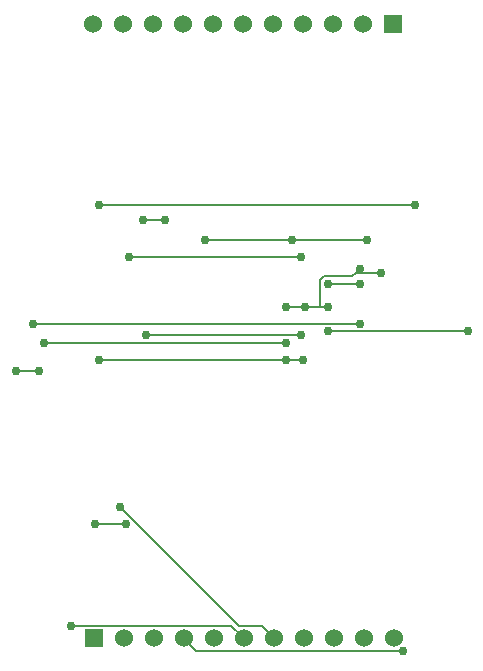
<source format=gbr>
G04 EAGLE Gerber RS-274X export*
G75*
%MOMM*%
%FSLAX34Y34*%
%LPD*%
%INBottom Copper*%
%IPPOS*%
%AMOC8*
5,1,8,0,0,1.08239X$1,22.5*%
G01*
%ADD10R,1.524000X1.524000*%
%ADD11C,1.524000*%
%ADD12C,0.152400*%
%ADD13C,0.756400*%


D10*
X596964Y41275D03*
D11*
X622364Y41275D03*
X647764Y41275D03*
X673164Y41275D03*
X698564Y41275D03*
X723964Y41275D03*
X749364Y41275D03*
X774764Y41275D03*
X800164Y41275D03*
X825564Y41275D03*
X850964Y41275D03*
D10*
X850011Y560515D03*
D11*
X824611Y560515D03*
X799211Y560515D03*
X773811Y560515D03*
X748411Y560515D03*
X723011Y560515D03*
X697611Y560515D03*
X672211Y560515D03*
X646811Y560515D03*
X621411Y560515D03*
X596011Y560515D03*
D12*
X638400Y395200D02*
X657600Y395200D01*
X624000Y137600D02*
X598400Y137600D01*
D13*
X638400Y395200D03*
X657600Y395200D03*
X598400Y137600D03*
X624000Y137600D03*
D12*
X619200Y152000D02*
X720000Y51200D01*
X739200Y51200D01*
X748800Y41600D01*
X749364Y41275D01*
D13*
X619200Y152000D03*
D12*
X577600Y51200D02*
X713600Y51200D01*
X723200Y41600D01*
X723964Y41275D01*
D13*
X577600Y51200D03*
D12*
X683200Y30400D02*
X859200Y30400D01*
X683200Y30400D02*
X673600Y40000D01*
X673164Y41275D01*
D13*
X859200Y30400D03*
D12*
X764800Y377600D02*
X691200Y377600D01*
X764800Y377600D02*
X828800Y377600D01*
D13*
X764800Y377600D03*
X691200Y377600D03*
X828800Y377600D03*
D12*
X822400Y307200D02*
X545600Y307200D01*
D13*
X545600Y307200D03*
X822400Y307200D03*
D12*
X550400Y267200D02*
X531200Y267200D01*
D13*
X531200Y267200D03*
X550400Y267200D03*
D12*
X788800Y321600D02*
X795200Y321600D01*
X788800Y321600D02*
X776000Y321600D01*
X816000Y347200D02*
X819200Y350400D01*
X822400Y353600D01*
X816000Y347200D02*
X792000Y347200D01*
X788800Y344000D01*
X788800Y321600D01*
X819200Y350400D02*
X840000Y350400D01*
X776000Y321600D02*
X760000Y321600D01*
D13*
X776000Y321600D03*
X795200Y321600D03*
X822400Y353600D03*
X840000Y350400D03*
X760000Y321600D03*
D12*
X772800Y297600D02*
X641600Y297600D01*
D13*
X772800Y297600D03*
X641600Y297600D03*
D12*
X760000Y276800D02*
X774400Y276800D01*
X760000Y276800D02*
X601600Y276800D01*
D13*
X774400Y276800D03*
X760000Y276800D03*
X601600Y276800D03*
D12*
X627200Y363200D02*
X772800Y363200D01*
D13*
X772800Y363200D03*
X627200Y363200D03*
D12*
X601600Y408000D02*
X868800Y408000D01*
D13*
X868800Y408000D03*
X601600Y408000D03*
D12*
X795200Y340800D02*
X822400Y340800D01*
D13*
X795200Y340800D03*
X822400Y340800D03*
D12*
X795200Y300800D02*
X913600Y300800D01*
D13*
X795200Y300800D03*
X913600Y300800D03*
D12*
X760000Y291200D02*
X555200Y291200D01*
D13*
X760000Y291200D03*
X555200Y291200D03*
M02*

</source>
